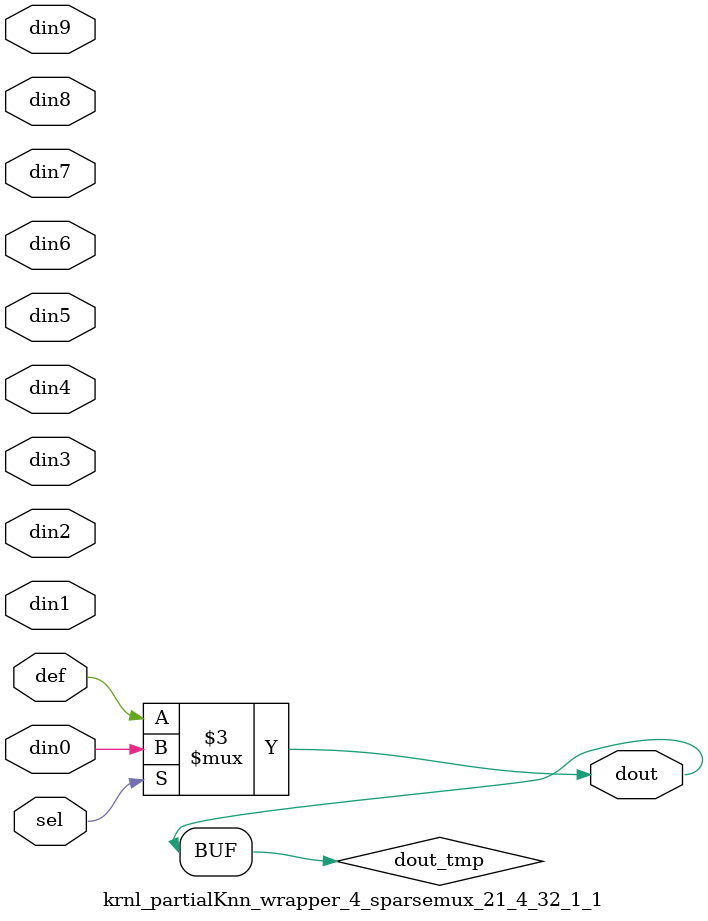
<source format=v>
`timescale 1ns / 1ps

module krnl_partialKnn_wrapper_4_sparsemux_21_4_32_1_1 (din0,din1,din2,din3,din4,din5,din6,din7,din8,din9,def,sel,dout);

parameter din0_WIDTH = 1;

parameter din1_WIDTH = 1;

parameter din2_WIDTH = 1;

parameter din3_WIDTH = 1;

parameter din4_WIDTH = 1;

parameter din5_WIDTH = 1;

parameter din6_WIDTH = 1;

parameter din7_WIDTH = 1;

parameter din8_WIDTH = 1;

parameter din9_WIDTH = 1;

parameter def_WIDTH = 1;
parameter sel_WIDTH = 1;
parameter dout_WIDTH = 1;

parameter [sel_WIDTH-1:0] CASE0 = 1;

parameter [sel_WIDTH-1:0] CASE1 = 1;

parameter [sel_WIDTH-1:0] CASE2 = 1;

parameter [sel_WIDTH-1:0] CASE3 = 1;

parameter [sel_WIDTH-1:0] CASE4 = 1;

parameter [sel_WIDTH-1:0] CASE5 = 1;

parameter [sel_WIDTH-1:0] CASE6 = 1;

parameter [sel_WIDTH-1:0] CASE7 = 1;

parameter [sel_WIDTH-1:0] CASE8 = 1;

parameter [sel_WIDTH-1:0] CASE9 = 1;

parameter ID = 1;
parameter NUM_STAGE = 1;



input [din0_WIDTH-1:0] din0;

input [din1_WIDTH-1:0] din1;

input [din2_WIDTH-1:0] din2;

input [din3_WIDTH-1:0] din3;

input [din4_WIDTH-1:0] din4;

input [din5_WIDTH-1:0] din5;

input [din6_WIDTH-1:0] din6;

input [din7_WIDTH-1:0] din7;

input [din8_WIDTH-1:0] din8;

input [din9_WIDTH-1:0] din9;

input [def_WIDTH-1:0] def;
input [sel_WIDTH-1:0] sel;

output [dout_WIDTH-1:0] dout;



reg [dout_WIDTH-1:0] dout_tmp;

always @ (*) begin
case (sel)
    
    CASE0 : dout_tmp = din0;
    
    CASE1 : dout_tmp = din1;
    
    CASE2 : dout_tmp = din2;
    
    CASE3 : dout_tmp = din3;
    
    CASE4 : dout_tmp = din4;
    
    CASE5 : dout_tmp = din5;
    
    CASE6 : dout_tmp = din6;
    
    CASE7 : dout_tmp = din7;
    
    CASE8 : dout_tmp = din8;
    
    CASE9 : dout_tmp = din9;
    
    default : dout_tmp = def;
endcase
end


assign dout = dout_tmp;



endmodule

</source>
